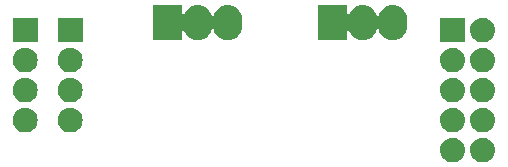
<source format=gbr>
G04 #@! TF.GenerationSoftware,KiCad,Pcbnew,(5.0.1)-4*
G04 #@! TF.CreationDate,2018-11-27T13:12:11-07:00*
G04 #@! TF.ProjectId,robot,726F626F742E6B696361645F70636200,rev?*
G04 #@! TF.SameCoordinates,Original*
G04 #@! TF.FileFunction,Soldermask,Top*
G04 #@! TF.FilePolarity,Negative*
%FSLAX46Y46*%
G04 Gerber Fmt 4.6, Leading zero omitted, Abs format (unit mm)*
G04 Created by KiCad (PCBNEW (5.0.1)-4) date 11/27/2018 1:12:11 PM*
%MOMM*%
%LPD*%
G01*
G04 APERTURE LIST*
%ADD10C,0.100000*%
G04 APERTURE END LIST*
D10*
G36*
X172848707Y-68807596D02*
X172925836Y-68815193D01*
X173057787Y-68855220D01*
X173123763Y-68875233D01*
X173306172Y-68972733D01*
X173466054Y-69103946D01*
X173597267Y-69263828D01*
X173694767Y-69446237D01*
X173694767Y-69446238D01*
X173754807Y-69644164D01*
X173775080Y-69850000D01*
X173754807Y-70055836D01*
X173714780Y-70187787D01*
X173694767Y-70253763D01*
X173597267Y-70436172D01*
X173466054Y-70596054D01*
X173306172Y-70727267D01*
X173123763Y-70824767D01*
X173057787Y-70844780D01*
X172925836Y-70884807D01*
X172848707Y-70892404D01*
X172771580Y-70900000D01*
X172668420Y-70900000D01*
X172591293Y-70892404D01*
X172514164Y-70884807D01*
X172382213Y-70844780D01*
X172316237Y-70824767D01*
X172133828Y-70727267D01*
X171973946Y-70596054D01*
X171842733Y-70436172D01*
X171745233Y-70253763D01*
X171725220Y-70187787D01*
X171685193Y-70055836D01*
X171664920Y-69850000D01*
X171685193Y-69644164D01*
X171745233Y-69446238D01*
X171745233Y-69446237D01*
X171842733Y-69263828D01*
X171973946Y-69103946D01*
X172133828Y-68972733D01*
X172316237Y-68875233D01*
X172382213Y-68855220D01*
X172514164Y-68815193D01*
X172591293Y-68807596D01*
X172668420Y-68800000D01*
X172771580Y-68800000D01*
X172848707Y-68807596D01*
X172848707Y-68807596D01*
G37*
G36*
X170308707Y-68807596D02*
X170385836Y-68815193D01*
X170517787Y-68855220D01*
X170583763Y-68875233D01*
X170766172Y-68972733D01*
X170926054Y-69103946D01*
X171057267Y-69263828D01*
X171154767Y-69446237D01*
X171154767Y-69446238D01*
X171214807Y-69644164D01*
X171235080Y-69850000D01*
X171214807Y-70055836D01*
X171174780Y-70187787D01*
X171154767Y-70253763D01*
X171057267Y-70436172D01*
X170926054Y-70596054D01*
X170766172Y-70727267D01*
X170583763Y-70824767D01*
X170517787Y-70844780D01*
X170385836Y-70884807D01*
X170308707Y-70892404D01*
X170231580Y-70900000D01*
X170128420Y-70900000D01*
X170051293Y-70892404D01*
X169974164Y-70884807D01*
X169842213Y-70844780D01*
X169776237Y-70824767D01*
X169593828Y-70727267D01*
X169433946Y-70596054D01*
X169302733Y-70436172D01*
X169205233Y-70253763D01*
X169185220Y-70187787D01*
X169145193Y-70055836D01*
X169124920Y-69850000D01*
X169145193Y-69644164D01*
X169205233Y-69446238D01*
X169205233Y-69446237D01*
X169302733Y-69263828D01*
X169433946Y-69103946D01*
X169593828Y-68972733D01*
X169776237Y-68875233D01*
X169842213Y-68855220D01*
X169974164Y-68815193D01*
X170051293Y-68807596D01*
X170128420Y-68800000D01*
X170231580Y-68800000D01*
X170308707Y-68807596D01*
X170308707Y-68807596D01*
G37*
G36*
X134113707Y-66267596D02*
X134190836Y-66275193D01*
X134322787Y-66315220D01*
X134388763Y-66335233D01*
X134571172Y-66432733D01*
X134731054Y-66563946D01*
X134862267Y-66723828D01*
X134959767Y-66906237D01*
X134959767Y-66906238D01*
X135019807Y-67104164D01*
X135040080Y-67310000D01*
X135019807Y-67515836D01*
X134979780Y-67647787D01*
X134959767Y-67713763D01*
X134862267Y-67896172D01*
X134731054Y-68056054D01*
X134571172Y-68187267D01*
X134388763Y-68284767D01*
X134322787Y-68304780D01*
X134190836Y-68344807D01*
X134113707Y-68352404D01*
X134036580Y-68360000D01*
X133933420Y-68360000D01*
X133856293Y-68352404D01*
X133779164Y-68344807D01*
X133647213Y-68304780D01*
X133581237Y-68284767D01*
X133398828Y-68187267D01*
X133238946Y-68056054D01*
X133107733Y-67896172D01*
X133010233Y-67713763D01*
X132990220Y-67647787D01*
X132950193Y-67515836D01*
X132929920Y-67310000D01*
X132950193Y-67104164D01*
X133010233Y-66906238D01*
X133010233Y-66906237D01*
X133107733Y-66723828D01*
X133238946Y-66563946D01*
X133398828Y-66432733D01*
X133581237Y-66335233D01*
X133647213Y-66315220D01*
X133779164Y-66275193D01*
X133856293Y-66267596D01*
X133933420Y-66260000D01*
X134036580Y-66260000D01*
X134113707Y-66267596D01*
X134113707Y-66267596D01*
G37*
G36*
X170308707Y-66267596D02*
X170385836Y-66275193D01*
X170517787Y-66315220D01*
X170583763Y-66335233D01*
X170766172Y-66432733D01*
X170926054Y-66563946D01*
X171057267Y-66723828D01*
X171154767Y-66906237D01*
X171154767Y-66906238D01*
X171214807Y-67104164D01*
X171235080Y-67310000D01*
X171214807Y-67515836D01*
X171174780Y-67647787D01*
X171154767Y-67713763D01*
X171057267Y-67896172D01*
X170926054Y-68056054D01*
X170766172Y-68187267D01*
X170583763Y-68284767D01*
X170517787Y-68304780D01*
X170385836Y-68344807D01*
X170308707Y-68352404D01*
X170231580Y-68360000D01*
X170128420Y-68360000D01*
X170051293Y-68352404D01*
X169974164Y-68344807D01*
X169842213Y-68304780D01*
X169776237Y-68284767D01*
X169593828Y-68187267D01*
X169433946Y-68056054D01*
X169302733Y-67896172D01*
X169205233Y-67713763D01*
X169185220Y-67647787D01*
X169145193Y-67515836D01*
X169124920Y-67310000D01*
X169145193Y-67104164D01*
X169205233Y-66906238D01*
X169205233Y-66906237D01*
X169302733Y-66723828D01*
X169433946Y-66563946D01*
X169593828Y-66432733D01*
X169776237Y-66335233D01*
X169842213Y-66315220D01*
X169974164Y-66275193D01*
X170051293Y-66267596D01*
X170128420Y-66260000D01*
X170231580Y-66260000D01*
X170308707Y-66267596D01*
X170308707Y-66267596D01*
G37*
G36*
X172848707Y-66267596D02*
X172925836Y-66275193D01*
X173057787Y-66315220D01*
X173123763Y-66335233D01*
X173306172Y-66432733D01*
X173466054Y-66563946D01*
X173597267Y-66723828D01*
X173694767Y-66906237D01*
X173694767Y-66906238D01*
X173754807Y-67104164D01*
X173775080Y-67310000D01*
X173754807Y-67515836D01*
X173714780Y-67647787D01*
X173694767Y-67713763D01*
X173597267Y-67896172D01*
X173466054Y-68056054D01*
X173306172Y-68187267D01*
X173123763Y-68284767D01*
X173057787Y-68304780D01*
X172925836Y-68344807D01*
X172848707Y-68352404D01*
X172771580Y-68360000D01*
X172668420Y-68360000D01*
X172591293Y-68352404D01*
X172514164Y-68344807D01*
X172382213Y-68304780D01*
X172316237Y-68284767D01*
X172133828Y-68187267D01*
X171973946Y-68056054D01*
X171842733Y-67896172D01*
X171745233Y-67713763D01*
X171725220Y-67647787D01*
X171685193Y-67515836D01*
X171664920Y-67310000D01*
X171685193Y-67104164D01*
X171745233Y-66906238D01*
X171745233Y-66906237D01*
X171842733Y-66723828D01*
X171973946Y-66563946D01*
X172133828Y-66432733D01*
X172316237Y-66335233D01*
X172382213Y-66315220D01*
X172514164Y-66275193D01*
X172591293Y-66267596D01*
X172668420Y-66260000D01*
X172771580Y-66260000D01*
X172848707Y-66267596D01*
X172848707Y-66267596D01*
G37*
G36*
X137923707Y-66267596D02*
X138000836Y-66275193D01*
X138132787Y-66315220D01*
X138198763Y-66335233D01*
X138381172Y-66432733D01*
X138541054Y-66563946D01*
X138672267Y-66723828D01*
X138769767Y-66906237D01*
X138769767Y-66906238D01*
X138829807Y-67104164D01*
X138850080Y-67310000D01*
X138829807Y-67515836D01*
X138789780Y-67647787D01*
X138769767Y-67713763D01*
X138672267Y-67896172D01*
X138541054Y-68056054D01*
X138381172Y-68187267D01*
X138198763Y-68284767D01*
X138132787Y-68304780D01*
X138000836Y-68344807D01*
X137923707Y-68352404D01*
X137846580Y-68360000D01*
X137743420Y-68360000D01*
X137666293Y-68352404D01*
X137589164Y-68344807D01*
X137457213Y-68304780D01*
X137391237Y-68284767D01*
X137208828Y-68187267D01*
X137048946Y-68056054D01*
X136917733Y-67896172D01*
X136820233Y-67713763D01*
X136800220Y-67647787D01*
X136760193Y-67515836D01*
X136739920Y-67310000D01*
X136760193Y-67104164D01*
X136820233Y-66906238D01*
X136820233Y-66906237D01*
X136917733Y-66723828D01*
X137048946Y-66563946D01*
X137208828Y-66432733D01*
X137391237Y-66335233D01*
X137457213Y-66315220D01*
X137589164Y-66275193D01*
X137666293Y-66267596D01*
X137743420Y-66260000D01*
X137846580Y-66260000D01*
X137923707Y-66267596D01*
X137923707Y-66267596D01*
G37*
G36*
X134113707Y-63727597D02*
X134190836Y-63735193D01*
X134322787Y-63775220D01*
X134388763Y-63795233D01*
X134571172Y-63892733D01*
X134731054Y-64023946D01*
X134862267Y-64183828D01*
X134959767Y-64366237D01*
X134959767Y-64366238D01*
X135019807Y-64564164D01*
X135040080Y-64770000D01*
X135019807Y-64975836D01*
X134979780Y-65107787D01*
X134959767Y-65173763D01*
X134862267Y-65356172D01*
X134731054Y-65516054D01*
X134571172Y-65647267D01*
X134388763Y-65744767D01*
X134322787Y-65764780D01*
X134190836Y-65804807D01*
X134113707Y-65812403D01*
X134036580Y-65820000D01*
X133933420Y-65820000D01*
X133856293Y-65812403D01*
X133779164Y-65804807D01*
X133647213Y-65764780D01*
X133581237Y-65744767D01*
X133398828Y-65647267D01*
X133238946Y-65516054D01*
X133107733Y-65356172D01*
X133010233Y-65173763D01*
X132990220Y-65107787D01*
X132950193Y-64975836D01*
X132929920Y-64770000D01*
X132950193Y-64564164D01*
X133010233Y-64366238D01*
X133010233Y-64366237D01*
X133107733Y-64183828D01*
X133238946Y-64023946D01*
X133398828Y-63892733D01*
X133581237Y-63795233D01*
X133647213Y-63775220D01*
X133779164Y-63735193D01*
X133856293Y-63727597D01*
X133933420Y-63720000D01*
X134036580Y-63720000D01*
X134113707Y-63727597D01*
X134113707Y-63727597D01*
G37*
G36*
X170308707Y-63727597D02*
X170385836Y-63735193D01*
X170517787Y-63775220D01*
X170583763Y-63795233D01*
X170766172Y-63892733D01*
X170926054Y-64023946D01*
X171057267Y-64183828D01*
X171154767Y-64366237D01*
X171154767Y-64366238D01*
X171214807Y-64564164D01*
X171235080Y-64770000D01*
X171214807Y-64975836D01*
X171174780Y-65107787D01*
X171154767Y-65173763D01*
X171057267Y-65356172D01*
X170926054Y-65516054D01*
X170766172Y-65647267D01*
X170583763Y-65744767D01*
X170517787Y-65764780D01*
X170385836Y-65804807D01*
X170308707Y-65812403D01*
X170231580Y-65820000D01*
X170128420Y-65820000D01*
X170051293Y-65812403D01*
X169974164Y-65804807D01*
X169842213Y-65764780D01*
X169776237Y-65744767D01*
X169593828Y-65647267D01*
X169433946Y-65516054D01*
X169302733Y-65356172D01*
X169205233Y-65173763D01*
X169185220Y-65107787D01*
X169145193Y-64975836D01*
X169124920Y-64770000D01*
X169145193Y-64564164D01*
X169205233Y-64366238D01*
X169205233Y-64366237D01*
X169302733Y-64183828D01*
X169433946Y-64023946D01*
X169593828Y-63892733D01*
X169776237Y-63795233D01*
X169842213Y-63775220D01*
X169974164Y-63735193D01*
X170051293Y-63727597D01*
X170128420Y-63720000D01*
X170231580Y-63720000D01*
X170308707Y-63727597D01*
X170308707Y-63727597D01*
G37*
G36*
X172848707Y-63727597D02*
X172925836Y-63735193D01*
X173057787Y-63775220D01*
X173123763Y-63795233D01*
X173306172Y-63892733D01*
X173466054Y-64023946D01*
X173597267Y-64183828D01*
X173694767Y-64366237D01*
X173694767Y-64366238D01*
X173754807Y-64564164D01*
X173775080Y-64770000D01*
X173754807Y-64975836D01*
X173714780Y-65107787D01*
X173694767Y-65173763D01*
X173597267Y-65356172D01*
X173466054Y-65516054D01*
X173306172Y-65647267D01*
X173123763Y-65744767D01*
X173057787Y-65764780D01*
X172925836Y-65804807D01*
X172848707Y-65812403D01*
X172771580Y-65820000D01*
X172668420Y-65820000D01*
X172591293Y-65812403D01*
X172514164Y-65804807D01*
X172382213Y-65764780D01*
X172316237Y-65744767D01*
X172133828Y-65647267D01*
X171973946Y-65516054D01*
X171842733Y-65356172D01*
X171745233Y-65173763D01*
X171725220Y-65107787D01*
X171685193Y-64975836D01*
X171664920Y-64770000D01*
X171685193Y-64564164D01*
X171745233Y-64366238D01*
X171745233Y-64366237D01*
X171842733Y-64183828D01*
X171973946Y-64023946D01*
X172133828Y-63892733D01*
X172316237Y-63795233D01*
X172382213Y-63775220D01*
X172514164Y-63735193D01*
X172591293Y-63727597D01*
X172668420Y-63720000D01*
X172771580Y-63720000D01*
X172848707Y-63727597D01*
X172848707Y-63727597D01*
G37*
G36*
X137923707Y-63727597D02*
X138000836Y-63735193D01*
X138132787Y-63775220D01*
X138198763Y-63795233D01*
X138381172Y-63892733D01*
X138541054Y-64023946D01*
X138672267Y-64183828D01*
X138769767Y-64366237D01*
X138769767Y-64366238D01*
X138829807Y-64564164D01*
X138850080Y-64770000D01*
X138829807Y-64975836D01*
X138789780Y-65107787D01*
X138769767Y-65173763D01*
X138672267Y-65356172D01*
X138541054Y-65516054D01*
X138381172Y-65647267D01*
X138198763Y-65744767D01*
X138132787Y-65764780D01*
X138000836Y-65804807D01*
X137923707Y-65812403D01*
X137846580Y-65820000D01*
X137743420Y-65820000D01*
X137666293Y-65812403D01*
X137589164Y-65804807D01*
X137457213Y-65764780D01*
X137391237Y-65744767D01*
X137208828Y-65647267D01*
X137048946Y-65516054D01*
X136917733Y-65356172D01*
X136820233Y-65173763D01*
X136800220Y-65107787D01*
X136760193Y-64975836D01*
X136739920Y-64770000D01*
X136760193Y-64564164D01*
X136820233Y-64366238D01*
X136820233Y-64366237D01*
X136917733Y-64183828D01*
X137048946Y-64023946D01*
X137208828Y-63892733D01*
X137391237Y-63795233D01*
X137457213Y-63775220D01*
X137589164Y-63735193D01*
X137666293Y-63727597D01*
X137743420Y-63720000D01*
X137846580Y-63720000D01*
X137923707Y-63727597D01*
X137923707Y-63727597D01*
G37*
G36*
X137923707Y-61187596D02*
X138000836Y-61195193D01*
X138132787Y-61235220D01*
X138198763Y-61255233D01*
X138381172Y-61352733D01*
X138541054Y-61483946D01*
X138672267Y-61643828D01*
X138769767Y-61826237D01*
X138769767Y-61826238D01*
X138829807Y-62024164D01*
X138850080Y-62230000D01*
X138829807Y-62435836D01*
X138789780Y-62567787D01*
X138769767Y-62633763D01*
X138672267Y-62816172D01*
X138541054Y-62976054D01*
X138381172Y-63107267D01*
X138198763Y-63204767D01*
X138132787Y-63224780D01*
X138000836Y-63264807D01*
X137923707Y-63272403D01*
X137846580Y-63280000D01*
X137743420Y-63280000D01*
X137666293Y-63272403D01*
X137589164Y-63264807D01*
X137457213Y-63224780D01*
X137391237Y-63204767D01*
X137208828Y-63107267D01*
X137048946Y-62976054D01*
X136917733Y-62816172D01*
X136820233Y-62633763D01*
X136800220Y-62567787D01*
X136760193Y-62435836D01*
X136739920Y-62230000D01*
X136760193Y-62024164D01*
X136820233Y-61826238D01*
X136820233Y-61826237D01*
X136917733Y-61643828D01*
X137048946Y-61483946D01*
X137208828Y-61352733D01*
X137391237Y-61255233D01*
X137457213Y-61235220D01*
X137589164Y-61195193D01*
X137666293Y-61187596D01*
X137743420Y-61180000D01*
X137846580Y-61180000D01*
X137923707Y-61187596D01*
X137923707Y-61187596D01*
G37*
G36*
X134113707Y-61187596D02*
X134190836Y-61195193D01*
X134322787Y-61235220D01*
X134388763Y-61255233D01*
X134571172Y-61352733D01*
X134731054Y-61483946D01*
X134862267Y-61643828D01*
X134959767Y-61826237D01*
X134959767Y-61826238D01*
X135019807Y-62024164D01*
X135040080Y-62230000D01*
X135019807Y-62435836D01*
X134979780Y-62567787D01*
X134959767Y-62633763D01*
X134862267Y-62816172D01*
X134731054Y-62976054D01*
X134571172Y-63107267D01*
X134388763Y-63204767D01*
X134322787Y-63224780D01*
X134190836Y-63264807D01*
X134113707Y-63272403D01*
X134036580Y-63280000D01*
X133933420Y-63280000D01*
X133856293Y-63272403D01*
X133779164Y-63264807D01*
X133647213Y-63224780D01*
X133581237Y-63204767D01*
X133398828Y-63107267D01*
X133238946Y-62976054D01*
X133107733Y-62816172D01*
X133010233Y-62633763D01*
X132990220Y-62567787D01*
X132950193Y-62435836D01*
X132929920Y-62230000D01*
X132950193Y-62024164D01*
X133010233Y-61826238D01*
X133010233Y-61826237D01*
X133107733Y-61643828D01*
X133238946Y-61483946D01*
X133398828Y-61352733D01*
X133581237Y-61255233D01*
X133647213Y-61235220D01*
X133779164Y-61195193D01*
X133856293Y-61187596D01*
X133933420Y-61180000D01*
X134036580Y-61180000D01*
X134113707Y-61187596D01*
X134113707Y-61187596D01*
G37*
G36*
X170308707Y-61187596D02*
X170385836Y-61195193D01*
X170517787Y-61235220D01*
X170583763Y-61255233D01*
X170766172Y-61352733D01*
X170926054Y-61483946D01*
X171057267Y-61643828D01*
X171154767Y-61826237D01*
X171154767Y-61826238D01*
X171214807Y-62024164D01*
X171235080Y-62230000D01*
X171214807Y-62435836D01*
X171174780Y-62567787D01*
X171154767Y-62633763D01*
X171057267Y-62816172D01*
X170926054Y-62976054D01*
X170766172Y-63107267D01*
X170583763Y-63204767D01*
X170517787Y-63224780D01*
X170385836Y-63264807D01*
X170308707Y-63272403D01*
X170231580Y-63280000D01*
X170128420Y-63280000D01*
X170051293Y-63272403D01*
X169974164Y-63264807D01*
X169842213Y-63224780D01*
X169776237Y-63204767D01*
X169593828Y-63107267D01*
X169433946Y-62976054D01*
X169302733Y-62816172D01*
X169205233Y-62633763D01*
X169185220Y-62567787D01*
X169145193Y-62435836D01*
X169124920Y-62230000D01*
X169145193Y-62024164D01*
X169205233Y-61826238D01*
X169205233Y-61826237D01*
X169302733Y-61643828D01*
X169433946Y-61483946D01*
X169593828Y-61352733D01*
X169776237Y-61255233D01*
X169842213Y-61235220D01*
X169974164Y-61195193D01*
X170051293Y-61187596D01*
X170128420Y-61180000D01*
X170231580Y-61180000D01*
X170308707Y-61187596D01*
X170308707Y-61187596D01*
G37*
G36*
X172848707Y-61187596D02*
X172925836Y-61195193D01*
X173057787Y-61235220D01*
X173123763Y-61255233D01*
X173306172Y-61352733D01*
X173466054Y-61483946D01*
X173597267Y-61643828D01*
X173694767Y-61826237D01*
X173694767Y-61826238D01*
X173754807Y-62024164D01*
X173775080Y-62230000D01*
X173754807Y-62435836D01*
X173714780Y-62567787D01*
X173694767Y-62633763D01*
X173597267Y-62816172D01*
X173466054Y-62976054D01*
X173306172Y-63107267D01*
X173123763Y-63204767D01*
X173057787Y-63224780D01*
X172925836Y-63264807D01*
X172848707Y-63272403D01*
X172771580Y-63280000D01*
X172668420Y-63280000D01*
X172591293Y-63272403D01*
X172514164Y-63264807D01*
X172382213Y-63224780D01*
X172316237Y-63204767D01*
X172133828Y-63107267D01*
X171973946Y-62976054D01*
X171842733Y-62816172D01*
X171745233Y-62633763D01*
X171725220Y-62567787D01*
X171685193Y-62435836D01*
X171664920Y-62230000D01*
X171685193Y-62024164D01*
X171745233Y-61826238D01*
X171745233Y-61826237D01*
X171842733Y-61643828D01*
X171973946Y-61483946D01*
X172133828Y-61352733D01*
X172316237Y-61255233D01*
X172382213Y-61235220D01*
X172514164Y-61195193D01*
X172591293Y-61187596D01*
X172668420Y-61180000D01*
X172771580Y-61180000D01*
X172848707Y-61187596D01*
X172848707Y-61187596D01*
G37*
G36*
X138845000Y-60740000D02*
X136745000Y-60740000D01*
X136745000Y-58640000D01*
X138845000Y-58640000D01*
X138845000Y-60740000D01*
X138845000Y-60740000D01*
G37*
G36*
X172848707Y-58647597D02*
X172925836Y-58655193D01*
X173057787Y-58695220D01*
X173123763Y-58715233D01*
X173306172Y-58812733D01*
X173466054Y-58943946D01*
X173597267Y-59103828D01*
X173694767Y-59286237D01*
X173694767Y-59286238D01*
X173754807Y-59484164D01*
X173775080Y-59690000D01*
X173754807Y-59895836D01*
X173715653Y-60024910D01*
X173694767Y-60093763D01*
X173597267Y-60276172D01*
X173466054Y-60436054D01*
X173306172Y-60567267D01*
X173123763Y-60664767D01*
X173057787Y-60684780D01*
X172925836Y-60724807D01*
X172848707Y-60732403D01*
X172771580Y-60740000D01*
X172668420Y-60740000D01*
X172591293Y-60732403D01*
X172514164Y-60724807D01*
X172382213Y-60684780D01*
X172316237Y-60664767D01*
X172133828Y-60567267D01*
X171973946Y-60436054D01*
X171842733Y-60276172D01*
X171745233Y-60093763D01*
X171724347Y-60024910D01*
X171685193Y-59895836D01*
X171664920Y-59690000D01*
X171685193Y-59484164D01*
X171745233Y-59286238D01*
X171745233Y-59286237D01*
X171842733Y-59103828D01*
X171973946Y-58943946D01*
X172133828Y-58812733D01*
X172316237Y-58715233D01*
X172382213Y-58695220D01*
X172514164Y-58655193D01*
X172591293Y-58647597D01*
X172668420Y-58640000D01*
X172771580Y-58640000D01*
X172848707Y-58647597D01*
X172848707Y-58647597D01*
G37*
G36*
X171230000Y-60740000D02*
X169130000Y-60740000D01*
X169130000Y-58640000D01*
X171230000Y-58640000D01*
X171230000Y-60740000D01*
X171230000Y-60740000D01*
G37*
G36*
X135035000Y-60740000D02*
X132935000Y-60740000D01*
X132935000Y-58640000D01*
X135035000Y-58640000D01*
X135035000Y-60740000D01*
X135035000Y-60740000D01*
G37*
G36*
X151365240Y-57572363D02*
X151591441Y-57640981D01*
X151591443Y-57640982D01*
X151591446Y-57640983D01*
X151799905Y-57752406D01*
X151799908Y-57752408D01*
X151799909Y-57752409D01*
X151982634Y-57902366D01*
X151982635Y-57902368D01*
X151982637Y-57902369D01*
X152132592Y-58085090D01*
X152244017Y-58293553D01*
X152244017Y-58293554D01*
X152244019Y-58293558D01*
X152312637Y-58519759D01*
X152330000Y-58696050D01*
X152330000Y-59413949D01*
X152312637Y-59590240D01*
X152287250Y-59673929D01*
X152244018Y-59816446D01*
X152132592Y-60024910D01*
X151982634Y-60207634D01*
X151799910Y-60357592D01*
X151591447Y-60469017D01*
X151591444Y-60469018D01*
X151591442Y-60469019D01*
X151365241Y-60537637D01*
X151130000Y-60560806D01*
X150894760Y-60537637D01*
X150668559Y-60469019D01*
X150668557Y-60469018D01*
X150668554Y-60469017D01*
X150460091Y-60357592D01*
X150277367Y-60207634D01*
X150127408Y-60024910D01*
X150015982Y-59816446D01*
X149979618Y-59696569D01*
X149970240Y-59673929D01*
X149956626Y-59653555D01*
X149939299Y-59636228D01*
X149918925Y-59622614D01*
X149896286Y-59613236D01*
X149872252Y-59608456D01*
X149847748Y-59608456D01*
X149823715Y-59613236D01*
X149801075Y-59622614D01*
X149780701Y-59636228D01*
X149763374Y-59653555D01*
X149749760Y-59673929D01*
X149740382Y-59696569D01*
X149704018Y-59816446D01*
X149592592Y-60024910D01*
X149442634Y-60207634D01*
X149259910Y-60357592D01*
X149051447Y-60469017D01*
X149051444Y-60469018D01*
X149051442Y-60469019D01*
X148825241Y-60537637D01*
X148590000Y-60560806D01*
X148354760Y-60537637D01*
X148128559Y-60469019D01*
X148128557Y-60469018D01*
X148128554Y-60469017D01*
X147920091Y-60357592D01*
X147737367Y-60207634D01*
X147587408Y-60024910D01*
X147485240Y-59833766D01*
X147471626Y-59813391D01*
X147454299Y-59796064D01*
X147433925Y-59782450D01*
X147411286Y-59773073D01*
X147387252Y-59768292D01*
X147362748Y-59768292D01*
X147338715Y-59773072D01*
X147316076Y-59782450D01*
X147295701Y-59796064D01*
X147278374Y-59813391D01*
X147264760Y-59833765D01*
X147255383Y-59856404D01*
X147250602Y-59880438D01*
X147250000Y-59892690D01*
X147250000Y-60555000D01*
X144850000Y-60555000D01*
X144850000Y-57555000D01*
X147250000Y-57555000D01*
X147250000Y-58217311D01*
X147252402Y-58241697D01*
X147259515Y-58265146D01*
X147271066Y-58286757D01*
X147286612Y-58305699D01*
X147305554Y-58321245D01*
X147327165Y-58332796D01*
X147350614Y-58339909D01*
X147375000Y-58342311D01*
X147399386Y-58339909D01*
X147422835Y-58332796D01*
X147444446Y-58321245D01*
X147463388Y-58305699D01*
X147478934Y-58286757D01*
X147485240Y-58276235D01*
X147587406Y-58085095D01*
X147737364Y-57902369D01*
X147737366Y-57902366D01*
X147737368Y-57902365D01*
X147737369Y-57902363D01*
X147920090Y-57752408D01*
X148128553Y-57640983D01*
X148128556Y-57640982D01*
X148128558Y-57640981D01*
X148354759Y-57572363D01*
X148590000Y-57549194D01*
X148825240Y-57572363D01*
X149051441Y-57640981D01*
X149051443Y-57640982D01*
X149051446Y-57640983D01*
X149259905Y-57752406D01*
X149259908Y-57752408D01*
X149259909Y-57752409D01*
X149442634Y-57902366D01*
X149442635Y-57902368D01*
X149442637Y-57902369D01*
X149592592Y-58085090D01*
X149704018Y-58293554D01*
X149707702Y-58305699D01*
X149740384Y-58413435D01*
X149749760Y-58436071D01*
X149763374Y-58456445D01*
X149780701Y-58473772D01*
X149801075Y-58487386D01*
X149823714Y-58496764D01*
X149847748Y-58501544D01*
X149872252Y-58501544D01*
X149896285Y-58496764D01*
X149918925Y-58487386D01*
X149939299Y-58473772D01*
X149956626Y-58456445D01*
X149970240Y-58436071D01*
X149979617Y-58413432D01*
X150015980Y-58293559D01*
X150127406Y-58085095D01*
X150277364Y-57902369D01*
X150277366Y-57902366D01*
X150277368Y-57902365D01*
X150277369Y-57902363D01*
X150460090Y-57752408D01*
X150668553Y-57640983D01*
X150668556Y-57640982D01*
X150668558Y-57640981D01*
X150894759Y-57572363D01*
X151130000Y-57549194D01*
X151365240Y-57572363D01*
X151365240Y-57572363D01*
G37*
G36*
X165335240Y-57572363D02*
X165561441Y-57640981D01*
X165561443Y-57640982D01*
X165561446Y-57640983D01*
X165769905Y-57752406D01*
X165769908Y-57752408D01*
X165769909Y-57752409D01*
X165952634Y-57902366D01*
X165952635Y-57902368D01*
X165952637Y-57902369D01*
X166102592Y-58085090D01*
X166214017Y-58293553D01*
X166214017Y-58293554D01*
X166214019Y-58293558D01*
X166282637Y-58519759D01*
X166300000Y-58696050D01*
X166300000Y-59413949D01*
X166282637Y-59590240D01*
X166257250Y-59673929D01*
X166214018Y-59816446D01*
X166102592Y-60024910D01*
X165952634Y-60207634D01*
X165769910Y-60357592D01*
X165561447Y-60469017D01*
X165561444Y-60469018D01*
X165561442Y-60469019D01*
X165335241Y-60537637D01*
X165100000Y-60560806D01*
X164864760Y-60537637D01*
X164638559Y-60469019D01*
X164638557Y-60469018D01*
X164638554Y-60469017D01*
X164430091Y-60357592D01*
X164247367Y-60207634D01*
X164097408Y-60024910D01*
X163985982Y-59816446D01*
X163949618Y-59696569D01*
X163940240Y-59673929D01*
X163926626Y-59653555D01*
X163909299Y-59636228D01*
X163888925Y-59622614D01*
X163866286Y-59613236D01*
X163842252Y-59608456D01*
X163817748Y-59608456D01*
X163793715Y-59613236D01*
X163771075Y-59622614D01*
X163750701Y-59636228D01*
X163733374Y-59653555D01*
X163719760Y-59673929D01*
X163710382Y-59696569D01*
X163674018Y-59816446D01*
X163562592Y-60024910D01*
X163412634Y-60207634D01*
X163229910Y-60357592D01*
X163021447Y-60469017D01*
X163021444Y-60469018D01*
X163021442Y-60469019D01*
X162795241Y-60537637D01*
X162560000Y-60560806D01*
X162324760Y-60537637D01*
X162098559Y-60469019D01*
X162098557Y-60469018D01*
X162098554Y-60469017D01*
X161890091Y-60357592D01*
X161707367Y-60207634D01*
X161557408Y-60024910D01*
X161455240Y-59833766D01*
X161441626Y-59813391D01*
X161424299Y-59796064D01*
X161403925Y-59782450D01*
X161381286Y-59773073D01*
X161357252Y-59768292D01*
X161332748Y-59768292D01*
X161308715Y-59773072D01*
X161286076Y-59782450D01*
X161265701Y-59796064D01*
X161248374Y-59813391D01*
X161234760Y-59833765D01*
X161225383Y-59856404D01*
X161220602Y-59880438D01*
X161220000Y-59892690D01*
X161220000Y-60555000D01*
X158820000Y-60555000D01*
X158820000Y-57555000D01*
X161220000Y-57555000D01*
X161220000Y-58217311D01*
X161222402Y-58241697D01*
X161229515Y-58265146D01*
X161241066Y-58286757D01*
X161256612Y-58305699D01*
X161275554Y-58321245D01*
X161297165Y-58332796D01*
X161320614Y-58339909D01*
X161345000Y-58342311D01*
X161369386Y-58339909D01*
X161392835Y-58332796D01*
X161414446Y-58321245D01*
X161433388Y-58305699D01*
X161448934Y-58286757D01*
X161455240Y-58276235D01*
X161557406Y-58085095D01*
X161707364Y-57902369D01*
X161707366Y-57902366D01*
X161707368Y-57902365D01*
X161707369Y-57902363D01*
X161890090Y-57752408D01*
X162098553Y-57640983D01*
X162098556Y-57640982D01*
X162098558Y-57640981D01*
X162324759Y-57572363D01*
X162560000Y-57549194D01*
X162795240Y-57572363D01*
X163021441Y-57640981D01*
X163021443Y-57640982D01*
X163021446Y-57640983D01*
X163229905Y-57752406D01*
X163229908Y-57752408D01*
X163229909Y-57752409D01*
X163412634Y-57902366D01*
X163412635Y-57902368D01*
X163412637Y-57902369D01*
X163562592Y-58085090D01*
X163674018Y-58293554D01*
X163677702Y-58305699D01*
X163710384Y-58413435D01*
X163719760Y-58436071D01*
X163733374Y-58456445D01*
X163750701Y-58473772D01*
X163771075Y-58487386D01*
X163793714Y-58496764D01*
X163817748Y-58501544D01*
X163842252Y-58501544D01*
X163866285Y-58496764D01*
X163888925Y-58487386D01*
X163909299Y-58473772D01*
X163926626Y-58456445D01*
X163940240Y-58436071D01*
X163949617Y-58413432D01*
X163985980Y-58293559D01*
X164097406Y-58085095D01*
X164247364Y-57902369D01*
X164247366Y-57902366D01*
X164247368Y-57902365D01*
X164247369Y-57902363D01*
X164430090Y-57752408D01*
X164638553Y-57640983D01*
X164638556Y-57640982D01*
X164638558Y-57640981D01*
X164864759Y-57572363D01*
X165100000Y-57549194D01*
X165335240Y-57572363D01*
X165335240Y-57572363D01*
G37*
M02*

</source>
